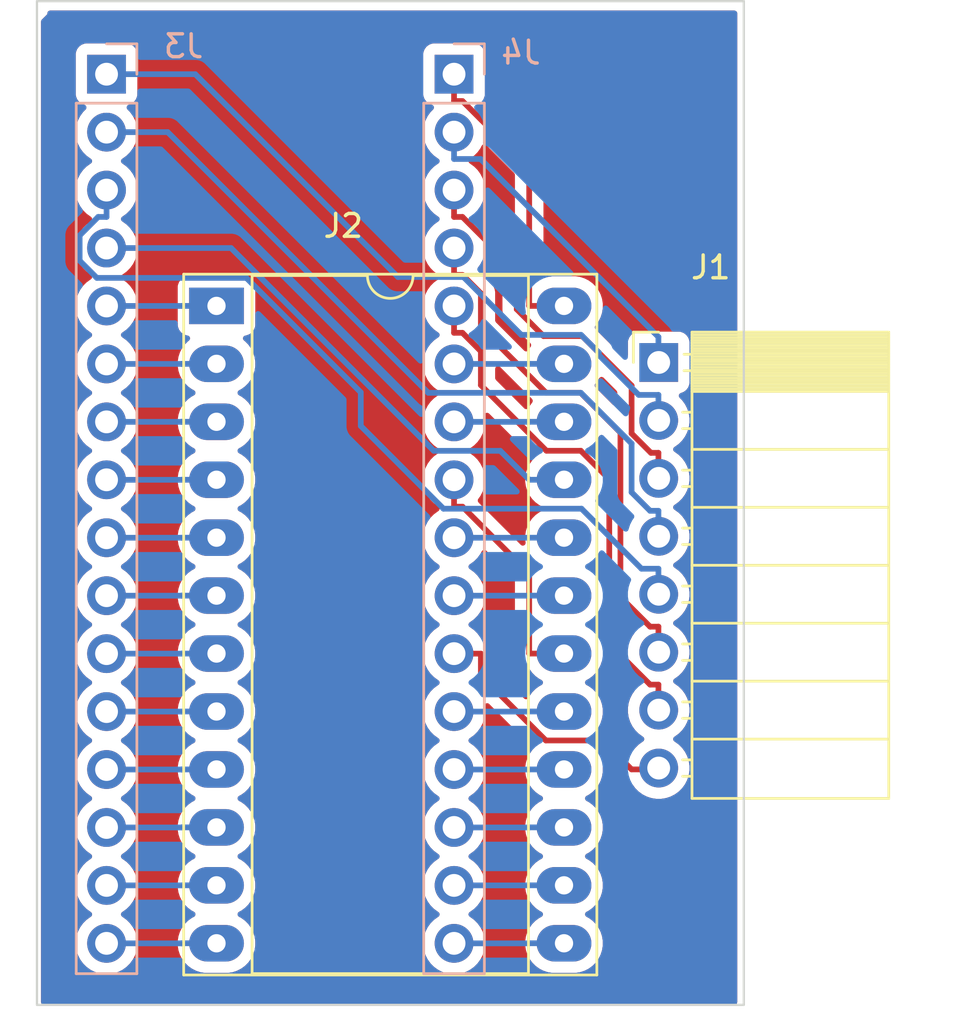
<source format=kicad_pcb>
(kicad_pcb (version 20241229) (generator "pcbnew") (generator_version "9.0")
  (layers (0 "F.Cu" signal) (2 "B.Cu" signal) (13 "F.Paste" user) (15 "B.Paste" user) (5 "F.SilkS" user "F.Silkscreen") (7 "B.SilkS" user "B.Silkscreen") (1 "F.Mask" user) (3 "B.Mask" user) (25 "Edge.Cuts" user))
  (net 0 "")
  (net 1 "/WE")
  (net 2 "/A18")
  (net 3 "/A17")
  (net 4 "/A16")
  (net 5 "/A15")
  (net 6 "/A14")
  (net 7 "/A13")
  (net 8 "/CE")
  (net 9 "/A7")
  (net 10 "/A6")
  (net 11 "/A5")
  (net 12 "/A4")
  (net 13 "/A3")
  (net 14 "/A2")
  (net 15 "/A1")
  (net 16 "/A0")
  (net 17 "/D0")
  (net 18 "/D1")
  (net 19 "/D2")
  (net 20 "/GND")
  (net 21 "/D3")
  (net 22 "/D4")
  (net 23 "/D5")
  (net 24 "/D6")
  (net 25 "/D7")
  (net 26 "/A11")
  (net 27 "/A10")
  (net 28 "/OE")
  (net 29 "/A12")
  (net 30 "/A9")
  (net 31 "/A8")
  (net 32 "/VCC")
  (footprint "Mod:DIP-24_W15.24mm_Socket_LongPads" (layer "F.Cu") (at 83.874 82.3595)
    (property "Reference" "J2" (at 5.5594 -3.508375 0) (layer "F.SilkS"))
    (property "Value" "24DIL Socket")
    (fp_line (start -1.44 -1.39) (end -1.44 29.33) (stroke (width 0.12)) (layer "F.SilkS"))
    (fp_line (start -1.44 29.33) (end 16.68 29.33) (stroke (width 0.12)) (layer "F.SilkS"))
    (fp_line (start 1.56 -1.33) (end 1.56 29.27) (stroke (width 0.12)) (layer "F.SilkS"))
    (fp_line (start 1.56 29.27) (end 13.68 29.27) (stroke (width 0.12)) (layer "F.SilkS"))
    (fp_line (start 6.62 -1.33) (end 1.56 -1.33) (stroke (width 0.12)) (layer "F.SilkS"))
    (fp_line (start 13.68 -1.33) (end 8.62 -1.33) (stroke (width 0.12)) (layer "F.SilkS"))
    (fp_line (start 13.68 29.27) (end 13.68 -1.33) (stroke (width 0.12)) (layer "F.SilkS"))
    (fp_line (start 16.68 -1.39) (end -1.44 -1.39) (stroke (width 0.12)) (layer "F.SilkS"))
    (fp_line (start 16.68 29.33) (end 16.68 -1.39) (stroke (width 0.12)) (layer "F.SilkS"))
    (fp_arc (start 8.62 -1.33) (mid 7.62 -0.33) (end 6.62 -1.33) (stroke (width 0.12)) (layer "F.SilkS"))
    (pad "1" thru_hole rect (at 0 0) (size 2.4 1.6) (drill 0.8) (layers "*.Cu" "*.Mask") (net 9 "/A7"))
    (pad "2" thru_hole oval (at 0 2.54) (size 2.4 1.6) (drill 0.8) (layers "*.Cu" "*.Mask") (net 10 "/A6"))
    (pad "3" thru_hole oval (at 0 5.08) (size 2.4 1.6) (drill 0.8) (layers "*.Cu" "*.Mask") (net 11 "/A5"))
    (pad "4" thru_hole oval (at 0 7.62) (size 2.4 1.6) (drill 0.8) (layers "*.Cu" "*.Mask") (net 12 "/A4"))
    (pad "5" thru_hole oval (at 0 10.16) (size 2.4 1.6) (drill 0.8) (layers "*.Cu" "*.Mask") (net 13 "/A3"))
    (pad "6" thru_hole oval (at 0 12.7) (size 2.4 1.6) (drill 0.8) (layers "*.Cu" "*.Mask") (net 14 "/A2"))
    (pad "7" thru_hole oval (at 0 15.24) (size 2.4 1.6) (drill 0.8) (layers "*.Cu" "*.Mask") (net 15 "/A1"))
    (pad "8" thru_hole oval (at 0 17.78) (size 2.4 1.6) (drill 0.8) (layers "*.Cu" "*.Mask") (net 16 "/A0"))
    (pad "9" thru_hole oval (at 0 20.32) (size 2.4 1.6) (drill 0.8) (layers "*.Cu" "*.Mask") (net 17 "/D0"))
    (pad "10" thru_hole oval (at 0 22.86) (size 2.4 1.6) (drill 0.8) (layers "*.Cu" "*.Mask") (net 18 "/D1"))
    (pad "11" thru_hole oval (at 0 25.4) (size 2.4 1.6) (drill 0.8) (layers "*.Cu" "*.Mask") (net 19 "/D2"))
    (pad "12" thru_hole oval (at 0 27.94) (size 2.4 1.6) (drill 0.8) (layers "*.Cu" "*.Mask") (net 20 "/GND"))
    (pad "13" thru_hole oval (at 15.24 27.94) (size 2.4 1.6) (drill 0.8) (layers "*.Cu" "*.Mask") (net 21 "/D3"))
    (pad "14" thru_hole oval (at 15.24 25.4) (size 2.4 1.6) (drill 0.8) (layers "*.Cu" "*.Mask") (net 22 "/D4"))
    (pad "15" thru_hole oval (at 15.24 22.86) (size 2.4 1.6) (drill 0.8) (layers "*.Cu" "*.Mask") (net 23 "/D5"))
    (pad "16" thru_hole oval (at 15.24 20.32) (size 2.4 1.6) (drill 0.8) (layers "*.Cu" "*.Mask") (net 24 "/D6"))
    (pad "17" thru_hole oval (at 15.24 17.78) (size 2.4 1.6) (drill 0.8) (layers "*.Cu" "*.Mask") (net 25 "/D7"))
    (pad "18" thru_hole oval (at 15.24 15.24) (size 2.4 1.6) (drill 0.8) (layers "*.Cu" "*.Mask") (net 26 "/A11"))
    (pad "19" thru_hole oval (at 15.24 12.7) (size 2.4 1.6) (drill 0.8) (layers "*.Cu" "*.Mask") (net 27 "/A10"))
    (pad "20" thru_hole oval (at 15.24 10.16) (size 2.4 1.6) (drill 0.8) (layers "*.Cu" "*.Mask") (net 28 "/OE"))
    (pad "21" thru_hole oval (at 15.24 7.62) (size 2.4 1.6) (drill 0.8) (layers "*.Cu" "*.Mask") (net 29 "/A12"))
    (pad "22" thru_hole oval (at 15.24 5.08) (size 2.4 1.6) (drill 0.8) (layers "*.Cu" "*.Mask") (net 30 "/A9"))
    (pad "23" thru_hole oval (at 15.24 2.54) (size 2.4 1.6) (drill 0.8) (layers "*.Cu" "*.Mask") (net 31 "/A8"))
    (pad "24" thru_hole oval (at 15.24 0) (size 2.4 1.6) (drill 0.8) (layers "*.Cu" "*.Mask") (net 32 "/VCC"))
  )
  (footprint "Mod:PinSocket_1x08_P2.54mm_HorizontalR" (layer "F.Cu") (at 113.426875 84.839175)
    (property "Reference" "J1" (at -7.877175 -4.168775 0) (layer "F.SilkS"))
    (property "Value" "Conn_01x08_Socket")
    (fp_line (start -11.27 -1.33) (end -11.27 0) (stroke (width 0.12)) (layer "F.SilkS"))
    (fp_line (start -10.16 -1.33) (end -11.27 -1.33) (stroke (width 0.12)) (layer "F.SilkS"))
    (fp_line (start -8.7 -1.33) (end -8.7 19.11) (stroke (width 0.12)) (layer "F.SilkS"))
    (fp_line (start -8.7 -0.36) (end -9.05 -0.36) (stroke (width 0.12)) (layer "F.SilkS"))
    (fp_line (start -8.7 0.36) (end -9.05 0.36) (stroke (width 0.12)) (layer "F.SilkS"))
    (fp_line (start -8.7 2.18) (end -9.11 2.18) (stroke (width 0.12)) (layer "F.SilkS"))
    (fp_line (start -8.7 2.9) (end -9.11 2.9) (stroke (width 0.12)) (layer "F.SilkS"))
    (fp_line (start -8.7 4.72) (end -9.11 4.72) (stroke (width 0.12)) (layer "F.SilkS"))
    (fp_line (start -8.7 5.44) (end -9.11 5.44) (stroke (width 0.12)) (layer "F.SilkS"))
    (fp_line (start -8.7 7.26) (end -9.11 7.26) (stroke (width 0.12)) (layer "F.SilkS"))
    (fp_line (start -8.7 7.98) (end -9.11 7.98) (stroke (width 0.12)) (layer "F.SilkS"))
    (fp_line (start -8.7 9.8) (end -9.11 9.8) (stroke (width 0.12)) (layer "F.SilkS"))
    (fp_line (start -8.7 10.52) (end -9.11 10.52) (stroke (width 0.12)) (layer "F.SilkS"))
    (fp_line (start -8.7 12.34) (end -9.11 12.34) (stroke (width 0.12)) (layer "F.SilkS"))
    (fp_line (start -8.7 13.06) (end -9.11 13.06) (stroke (width 0.12)) (layer "F.SilkS"))
    (fp_line (start -8.7 14.88) (end -9.11 14.88) (stroke (width 0.12)) (layer "F.SilkS"))
    (fp_line (start -8.7 15.6) (end -9.11 15.6) (stroke (width 0.12)) (layer "F.SilkS"))
    (fp_line (start -8.7 17.42) (end -9.11 17.42) (stroke (width 0.12)) (layer "F.SilkS"))
    (fp_line (start -8.7 18.14) (end -9.11 18.14) (stroke (width 0.12)) (layer "F.SilkS"))
    (fp_line (start -0.07 -1.33) (end -8.7 -1.33) (stroke (width 0.12)) (layer "F.SilkS"))
    (fp_line (start -0.07 -1.33) (end -0.07 19.11) (stroke (width 0.12)) (layer "F.SilkS"))
    (fp_line (start -0.07 -1.21) (end -8.7 -1.21) (stroke (width 0.12)) (layer "F.SilkS"))
    (fp_line (start -0.07 -1.091905) (end -8.7 -1.091905) (stroke (width 0.12)) (layer "F.SilkS"))
    (fp_line (start -0.07 -0.97381) (end -8.7 -0.97381) (stroke (width 0.12)) (layer "F.SilkS"))
    (fp_line (start -0.07 -0.855715) (end -8.7 -0.855715) (stroke (width 0.12)) (layer "F.SilkS"))
    (fp_line (start -0.07 -0.73762) (end -8.7 -0.73762) (stroke (width 0.12)) (layer "F.SilkS"))
    (fp_line (start -0.07 -0.619525) (end -8.7 -0.619525) (stroke (width 0.12)) (layer "F.SilkS"))
    (fp_line (start -0.07 -0.50143) (end -8.7 -0.50143) (stroke (width 0.12)) (layer "F.SilkS"))
    (fp_line (start -0.07 -0.383335) (end -8.7 -0.383335) (stroke (width 0.12)) (layer "F.SilkS"))
    (fp_line (start -0.07 -0.26524) (end -8.7 -0.26524) (stroke (width 0.12)) (layer "F.SilkS"))
    (fp_line (start -0.07 -0.147145) (end -8.7 -0.147145) (stroke (width 0.12)) (layer "F.SilkS"))
    (fp_line (start -0.07 -0.02905) (end -8.7 -0.02905) (stroke (width 0.12)) (layer "F.SilkS"))
    (fp_line (start -0.07 0.089045) (end -8.7 0.089045) (stroke (width 0.12)) (layer "F.SilkS"))
    (fp_line (start -0.07 0.20714) (end -8.7 0.20714) (stroke (width 0.12)) (layer "F.SilkS"))
    (fp_line (start -0.07 0.325235) (end -8.7 0.325235) (stroke (width 0.12)) (layer "F.SilkS"))
    (fp_line (start -0.07 0.44333) (end -8.7 0.44333) (stroke (width 0.12)) (layer "F.SilkS"))
    (fp_line (start -0.07 0.561425) (end -8.7 0.561425) (stroke (width 0.12)) (layer "F.SilkS"))
    (fp_line (start -0.07 0.67952) (end -8.7 0.67952) (stroke (width 0.12)) (layer "F.SilkS"))
    (fp_line (start -0.07 0.797615) (end -8.7 0.797615) (stroke (width 0.12)) (layer "F.SilkS"))
    (fp_line (start -0.07 0.91571) (end -8.7 0.91571) (stroke (width 0.12)) (layer "F.SilkS"))
    (fp_line (start -0.07 1.033805) (end -8.7 1.033805) (stroke (width 0.12)) (layer "F.SilkS"))
    (fp_line (start -0.07 1.1519) (end -8.7 1.1519) (stroke (width 0.12)) (layer "F.SilkS"))
    (fp_line (start -0.07 1.27) (end -8.7 1.27) (stroke (width 0.12)) (layer "F.SilkS"))
    (fp_line (start -0.07 3.81) (end -8.7 3.81) (stroke (width 0.12)) (layer "F.SilkS"))
    (fp_line (start -0.07 6.35) (end -8.7 6.35) (stroke (width 0.12)) (layer "F.SilkS"))
    (fp_line (start -0.07 8.89) (end -8.7 8.89) (stroke (width 0.12)) (layer "F.SilkS"))
    (fp_line (start -0.07 11.43) (end -8.7 11.43) (stroke (width 0.12)) (layer "F.SilkS"))
    (fp_line (start -0.07 13.97) (end -8.7 13.97) (stroke (width 0.12)) (layer "F.SilkS"))
    (fp_line (start -0.07 16.51) (end -8.7 16.51) (stroke (width 0.12)) (layer "F.SilkS"))
    (fp_line (start -0.07 19.11) (end -8.7 19.11) (stroke (width 0.12)) (layer "F.SilkS"))
    (pad "1" thru_hole rect (at -10.16 0) (size 1.7 1.7) (drill 1) (layers "*.Cu" "*.Mask") (net 1 "/WE"))
    (pad "2" thru_hole oval (at -10.16 2.54) (size 1.7 1.7) (drill 1) (layers "*.Cu" "*.Mask") (net 2 "/A18"))
    (pad "3" thru_hole oval (at -10.16 5.08) (size 1.7 1.7) (drill 1) (layers "*.Cu" "*.Mask") (net 3 "/A17"))
    (pad "4" thru_hole oval (at -10.16 7.62) (size 1.7 1.7) (drill 1) (layers "*.Cu" "*.Mask") (net 4 "/A16"))
    (pad "5" thru_hole oval (at -10.16 10.16) (size 1.7 1.7) (drill 1) (layers "*.Cu" "*.Mask") (net 5 "/A15"))
    (pad "6" thru_hole oval (at -10.16 12.7) (size 1.7 1.7) (drill 1) (layers "*.Cu" "*.Mask") (net 6 "/A14"))
    (pad "7" thru_hole oval (at -10.16 15.24) (size 1.7 1.7) (drill 1) (layers "*.Cu" "*.Mask") (net 7 "/A13"))
    (pad "8" thru_hole oval (at -10.16 17.78) (size 1.7 1.7) (drill 1) (layers "*.Cu" "*.Mask") (net 8 "/CE"))
  )
  (footprint "Mod:PinHeader_1x16_P2.54mm_Vertical" (layer "B.Cu") (at 79.0512 72.2027 180)
    (property "Reference" "J3" (at -3.37815 1.225575 0) (layer "B.SilkS") (effects (justify mirror)))
    (property "Value" "Conn_01x16")
    (fp_line (start 1.33 -1.27) (end 1.33 -39.43) (stroke (width 0.12)) (layer "B.SilkS"))
    (fp_line (start -1.33 1.33) (end 0 1.33) (stroke (width 0.12)) (layer "B.SilkS"))
    (fp_line (start -1.33 0) (end -1.33 1.33) (stroke (width 0.12)) (layer "B.SilkS"))
    (fp_line (start -1.33 -1.27) (end 1.33 -1.27) (stroke (width 0.12)) (layer "B.SilkS"))
    (fp_line (start -1.33 -1.27) (end -1.33 -39.43) (stroke (width 0.12)) (layer "B.SilkS"))
    (fp_line (start -1.33 -39.43) (end 1.33 -39.43) (stroke (width 0.12)) (layer "B.SilkS"))
    (pad "1" thru_hole rect (at 0 0 180) (size 1.7 1.7) (drill 1) (layers "*.Cu" "*.Mask") (net 2 "/A18"))
    (pad "2" thru_hole oval (at 0 -2.54 180) (size 1.7 1.7) (drill 1) (layers "*.Cu" "*.Mask") (net 4 "/A16"))
    (pad "3" thru_hole oval (at 0 -5.08 180) (size 1.7 1.7) (drill 1) (layers "*.Cu" "*.Mask") (net 5 "/A15"))
    (pad "4" thru_hole oval (at 0 -7.62 180) (size 1.7 1.7) (drill 1) (layers "*.Cu" "*.Mask") (net 29 "/A12"))
    (pad "5" thru_hole oval (at 0 -10.16 180) (size 1.7 1.7) (drill 1) (layers "*.Cu" "*.Mask") (net 9 "/A7"))
    (pad "6" thru_hole oval (at 0 -12.7 180) (size 1.7 1.7) (drill 1) (layers "*.Cu" "*.Mask") (net 10 "/A6"))
    (pad "7" thru_hole oval (at 0 -15.24 180) (size 1.7 1.7) (drill 1) (layers "*.Cu" "*.Mask") (net 11 "/A5"))
    (pad "8" thru_hole oval (at 0 -17.78 180) (size 1.7 1.7) (drill 1) (layers "*.Cu" "*.Mask") (net 12 "/A4"))
    (pad "9" thru_hole oval (at 0 -20.32 180) (size 1.7 1.7) (drill 1) (layers "*.Cu" "*.Mask") (net 13 "/A3"))
    (pad "10" thru_hole oval (at 0 -22.86 180) (size 1.7 1.7) (drill 1) (layers "*.Cu" "*.Mask") (net 14 "/A2"))
    (pad "11" thru_hole oval (at 0 -25.4 180) (size 1.7 1.7) (drill 1) (layers "*.Cu" "*.Mask") (net 15 "/A1"))
    (pad "12" thru_hole oval (at 0 -27.94 180) (size 1.7 1.7) (drill 1) (layers "*.Cu" "*.Mask") (net 16 "/A0"))
    (pad "13" thru_hole oval (at 0 -30.48 180) (size 1.7 1.7) (drill 1) (layers "*.Cu" "*.Mask") (net 17 "/D0"))
    (pad "14" thru_hole oval (at 0 -33.02 180) (size 1.7 1.7) (drill 1) (layers "*.Cu" "*.Mask") (net 18 "/D1"))
    (pad "15" thru_hole oval (at 0 -35.56 180) (size 1.7 1.7) (drill 1) (layers "*.Cu" "*.Mask") (net 19 "/D2"))
    (pad "16" thru_hole oval (at 0 -38.1 180) (size 1.7 1.7) (drill 1) (layers "*.Cu" "*.Mask") (net 20 "/GND"))
  )
  (footprint "Mod:PinHeader_1x16_P2.54mm_Vertical" (layer "B.Cu") (at 94.2912 72.2027 180)
    (property "Reference" "J4" (at -2.930475 0.946175 0) (layer "B.SilkS") (effects (justify mirror)))
    (property "Value" "Conn_01x16")
    (fp_line (start 1.33 -1.27) (end 1.33 -39.43) (stroke (width 0.12)) (layer "B.SilkS"))
    (fp_line (start -1.33 1.33) (end 0 1.33) (stroke (width 0.12)) (layer "B.SilkS"))
    (fp_line (start -1.33 0) (end -1.33 1.33) (stroke (width 0.12)) (layer "B.SilkS"))
    (fp_line (start -1.33 -1.27) (end 1.33 -1.27) (stroke (width 0.12)) (layer "B.SilkS"))
    (fp_line (start -1.33 -1.27) (end -1.33 -39.43) (stroke (width 0.12)) (layer "B.SilkS"))
    (fp_line (start -1.33 -39.43) (end 1.33 -39.43) (stroke (width 0.12)) (layer "B.SilkS"))
    (pad "1" thru_hole rect (at 0 0 180) (size 1.7 1.7) (drill 1) (layers "*.Cu" "*.Mask") (net 32 "/VCC"))
    (pad "2" thru_hole oval (at 0 -2.54 180) (size 1.7 1.7) (drill 1) (layers "*.Cu" "*.Mask") (net 1 "/WE"))
    (pad "3" thru_hole oval (at 0 -5.08 180) (size 1.7 1.7) (drill 1) (layers "*.Cu" "*.Mask") (net 3 "/A17"))
    (pad "4" thru_hole oval (at 0 -7.62 180) (size 1.7 1.7) (drill 1) (layers "*.Cu" "*.Mask") (net 6 "/A14"))
    (pad "5" thru_hole oval (at 0 -10.16 180) (size 1.7 1.7) (drill 1) (layers "*.Cu" "*.Mask") (net 7 "/A13"))
    (pad "6" thru_hole oval (at 0 -12.7 180) (size 1.7 1.7) (drill 1) (layers "*.Cu" "*.Mask") (net 31 "/A8"))
    (pad "7" thru_hole oval (at 0 -15.24 180) (size 1.7 1.7) (drill 1) (layers "*.Cu" "*.Mask") (net 30 "/A9"))
    (pad "8" thru_hole oval (at 0 -17.78 180) (size 1.7 1.7) (drill 1) (layers "*.Cu" "*.Mask") (net 26 "/A11"))
    (pad "9" thru_hole oval (at 0 -20.32 180) (size 1.7 1.7) (drill 1) (layers "*.Cu" "*.Mask") (net 28 "/OE"))
    (pad "10" thru_hole oval (at 0 -22.86 180) (size 1.7 1.7) (drill 1) (layers "*.Cu" "*.Mask") (net 27 "/A10"))
    (pad "11" thru_hole oval (at 0 -25.4 180) (size 1.7 1.7) (drill 1) (layers "*.Cu" "*.Mask") (net 8 "/CE"))
    (pad "12" thru_hole oval (at 0 -27.94 180) (size 1.7 1.7) (drill 1) (layers "*.Cu" "*.Mask") (net 25 "/D7"))
    (pad "13" thru_hole oval (at 0 -30.48 180) (size 1.7 1.7) (drill 1) (layers "*.Cu" "*.Mask") (net 24 "/D6"))
    (pad "14" thru_hole oval (at 0 -33.02 180) (size 1.7 1.7) (drill 1) (layers "*.Cu" "*.Mask") (net 23 "/D5"))
    (pad "15" thru_hole oval (at 0 -35.56 180) (size 1.7 1.7) (drill 1) (layers "*.Cu" "*.Mask") (net 22 "/D4"))
    (pad "16" thru_hole oval (at 0 -38.1 180) (size 1.7 1.7) (drill 1) (layers "*.Cu" "*.Mask") (net 21 "/D3"))
  )
  (gr_rect (start 76 69) (end 107 113) (stroke (width 0.1)) (fill no) (layer "Edge.Cuts"))
  (segment (start 95.4537 75.9196) (end 103.2547 83.7206) (width 0.25) (layer "B.Cu") (net 1))
  (segment (start 94.2912 75.9196) (end 95.4537 75.9196) (width 0.25) (layer "B.Cu") (net 1))
  (segment (start 103.2547 84.8975) (end 103.2547 83.7206) (width 0.25) (layer "B.Cu") (net 1))
  (segment (start 94.2912 74.7427) (end 94.2912 75.9196) (width 0.25) (layer "B.Cu") (net 1))
  (segment (start 99.862 83.6295) (end 100.6409 84.4084) (width 0.25) (layer "B.Cu") (net 2))
  (segment (start 91.8314 81.0927) (end 94.7034 81.0927) (width 0.25) (layer "B.Cu") (net 2))
  (segment (start 100.6409 84.4084) (end 100.6409 84.5122) (width 0.25) (layer "B.Cu") (net 2))
  (segment (start 103.2547 87.4375) (end 103.2547 86.2606) (width 0.25) (layer "B.Cu") (net 2))
  (segment (start 97.2402 83.6295) (end 99.862 83.6295) (width 0.25) (layer "B.Cu") (net 2))
  (segment (start 102.3893 86.2606) (end 103.2547 86.2606) (width 0.25) (layer "B.Cu") (net 2))
  (segment (start 94.7034 81.0927) (end 97.2402 83.6295) (width 0.25) (layer "B.Cu") (net 2))
  (segment (start 79.0512 72.2027) (end 82.9414 72.2027) (width 0.25) (layer "B.Cu") (net 2))
  (segment (start 82.9414 72.2027) (end 91.8314 81.0927) (width 0.25) (layer "B.Cu") (net 2))
  (segment (start 100.6409 84.5122) (end 102.3893 86.2606) (width 0.25) (layer "B.Cu") (net 2))
  (segment (start 102.0778 85.851) (end 99.9107 83.6839) (width 0.25) (layer "F.Cu") (net 3))
  (segment (start 103.2547 88.8006) (end 102.926 88.8006) (width 0.25) (layer "F.Cu") (net 3))
  (segment (start 102.926 88.8006) (end 102.0778 87.9524) (width 0.25) (layer "F.Cu") (net 3))
  (segment (start 99.9107 83.6839) (end 98.2176 83.6839) (width 0.25) (layer "F.Cu") (net 3))
  (segment (start 94.2912 77.2827) (end 94.2912 78.4596) (width 0.25) (layer "F.Cu") (net 3))
  (segment (start 98.2176 83.6839) (end 97.0398 82.5061) (width 0.25) (layer "F.Cu") (net 3))
  (segment (start 97.0398 82.5061) (end 97.0398 80.8404) (width 0.25) (layer "F.Cu") (net 3))
  (segment (start 97.0398 80.8404) (end 94.659 78.4596) (width 0.25) (layer "F.Cu") (net 3))
  (segment (start 102.0778 87.9524) (end 102.0778 85.851) (width 0.25) (layer "F.Cu") (net 3))
  (segment (start 103.2547 89.9775) (end 103.2547 88.8006) (width 0.25) (layer "F.Cu") (net 3))
  (segment (start 94.659 78.4596) (end 94.2912 78.4596) (width 0.25) (layer "F.Cu") (net 3))
  (segment (start 99.8539 86.1695) (end 93.1611 86.1695) (width 0.25) (layer "B.Cu") (net 4))
  (segment (start 102.8868 91.3406) (end 102.0778 90.5316) (width 0.25) (layer "B.Cu") (net 4))
  (segment (start 81.7343 74.7427) (end 79.0512 74.7427) (width 0.25) (layer "B.Cu") (net 4))
  (segment (start 102.0778 88.3934) (end 99.8539 86.1695) (width 0.25) (layer "B.Cu") (net 4))
  (segment (start 103.2547 92.5175) (end 103.2547 91.3406) (width 0.25) (layer "B.Cu") (net 4))
  (segment (start 103.2547 91.3406) (end 102.8868 91.3406) (width 0.25) (layer "B.Cu") (net 4))
  (segment (start 102.0778 90.5316) (end 102.0778 88.3934) (width 0.25) (layer "B.Cu") (net 4))
  (segment (start 93.1611 86.1695) (end 81.7343 74.7427) (width 0.25) (layer "B.Cu") (net 4))
  (segment (start 102.5124 93.8806) (end 103.2547 93.8806) (width 0.25) (layer "B.Cu") (net 5))
  (segment (start 85.1828 81.132) (end 90.201 86.1502) (width 0.25) (layer "B.Cu") (net 5))
  (segment (start 90.201 87.6214) (end 93.8291 91.2495) (width 0.25) (layer "B.Cu") (net 5))
  (segment (start 77.8711 79.2719) (end 77.8711 80.3762) (width 0.25) (layer "B.Cu") (net 5))
  (segment (start 103.2547 95.0575) (end 103.2547 93.8806) (width 0.25) (layer "B.Cu") (net 5))
  (segment (start 78.6834 78.4596) (end 77.8711 79.2719) (width 0.25) (layer "B.Cu") (net 5))
  (segment (start 77.8711 80.3762) (end 78.6269 81.132) (width 0.25) (layer "B.Cu") (net 5))
  (segment (start 78.6269 81.132) (end 85.1828 81.132) (width 0.25) (layer "B.Cu") (net 5))
  (segment (start 79.0512 77.2827) (end 79.0512 78.4596) (width 0.25) (layer "B.Cu") (net 5))
  (segment (start 79.0512 78.4596) (end 78.6834 78.4596) (width 0.25) (layer "B.Cu") (net 5))
  (segment (start 99.8813 91.2495) (end 102.5124 93.8806) (width 0.25) (layer "B.Cu") (net 5))
  (segment (start 90.201 86.1502) (end 90.201 87.6214) (width 0.25) (layer "B.Cu") (net 5))
  (segment (start 93.8291 91.2495) (end 99.8813 91.2495) (width 0.25) (layer "B.Cu") (net 5))
  (segment (start 99.8435 86.1695) (end 101.5887 87.9147) (width 0.25) (layer "F.Cu") (net 6))
  (segment (start 95.4681 81.8086) (end 95.4681 83.3075) (width 0.25) (layer "F.Cu") (net 6))
  (segment (start 98.3301 86.1695) (end 99.8435 86.1695) (width 0.25) (layer "F.Cu") (net 6))
  (segment (start 102.8889 96.4206) (end 103.2547 96.4206) (width 0.25) (layer "F.Cu") (net 6))
  (segment (start 103.2547 97.5975) (end 103.2547 96.4206) (width 0.25) (layer "F.Cu") (net 6))
  (segment (start 101.5887 95.1204) (end 102.8889 96.4206) (width 0.25) (layer "F.Cu") (net 6))
  (segment (start 101.5887 87.9147) (end 101.5887 95.1204) (width 0.25) (layer "F.Cu") (net 6))
  (segment (start 94.2912 80.9996) (end 94.6591 80.9996) (width 0.25) (layer "F.Cu") (net 6))
  (segment (start 94.2912 79.8227) (end 94.2912 80.9996) (width 0.25) (layer "F.Cu") (net 6))
  (segment (start 95.4681 83.3075) (end 98.3301 86.1695) (width 0.25) (layer "F.Cu") (net 6))
  (segment (start 94.6591 80.9996) (end 95.4681 81.8086) (width 0.25) (layer "F.Cu") (net 6))
  (segment (start 95.4681 84.3486) (end 95.4681 85.8338) (width 0.25) (layer "F.Cu") (net 7))
  (segment (start 102.8889 98.9606) (end 103.2547 98.9606) (width 0.25) (layer "F.Cu") (net 7))
  (segment (start 94.6591 83.5396) (end 95.4681 84.3486) (width 0.25) (layer "F.Cu") (net 7))
  (segment (start 103.2547 100.1375) (end 103.2547 98.9606) (width 0.25) (layer "F.Cu") (net 7))
  (segment (start 95.4681 85.8338) (end 98.3438 88.7095) (width 0.25) (layer "F.Cu") (net 7))
  (segment (start 98.3438 88.7095) (end 99.8503 88.7095) (width 0.25) (layer "F.Cu") (net 7))
  (segment (start 101.099 97.1707) (end 102.8889 98.9606) (width 0.25) (layer "F.Cu") (net 7))
  (segment (start 94.2912 82.3627) (end 94.2912 83.5396) (width 0.25) (layer "F.Cu") (net 7))
  (segment (start 94.2912 83.5396) (end 94.6591 83.5396) (width 0.25) (layer "F.Cu") (net 7))
  (segment (start 99.8503 88.7095) (end 101.099 89.9582) (width 0.25) (layer "F.Cu") (net 7))
  (segment (start 101.099 89.9582) (end 101.099 97.1707) (width 0.25) (layer "F.Cu") (net 7))
  (segment (start 100.8098 101.4095) (end 102.0778 102.6775) (width 0.25) (layer "F.Cu") (net 8))
  (segment (start 95.4681 97.6027) (end 95.4681 98.5589) (width 0.25) (layer "F.Cu") (net 8))
  (segment (start 98.3187 101.4095) (end 100.8098 101.4095) (width 0.25) (layer "F.Cu") (net 8))
  (segment (start 94.2912 97.6027) (end 95.4681 97.6027) (width 0.25) (layer "F.Cu") (net 8))
  (segment (start 95.4681 98.5589) (end 98.3187 101.4095) (width 0.25) (layer "F.Cu") (net 8))
  (segment (start 103.2547 102.6775) (end 102.0778 102.6775) (width 0.25) (layer "F.Cu") (net 8))
  (segment (start 79.0512 82.3627) (end 82.3439 82.3627) (width 0.25) (layer "B.Cu") (net 9))
  (segment (start 82.3439 82.3627) (end 82.3471 82.3595) (width 0.25) (layer "B.Cu") (net 9))
  (segment (start 83.874 82.3595) (end 82.3471 82.3595) (width 0.25) (layer "B.Cu") (net 9))
  (segment (start 79.0512 84.9027) (end 82.3439 84.9027) (width 0.25) (layer "B.Cu") (net 10))
  (segment (start 83.874 84.8995) (end 82.3471 84.8995) (width 0.25) (layer "B.Cu") (net 10))
  (segment (start 82.3439 84.9027) (end 82.3471 84.8995) (width 0.25) (layer "B.Cu") (net 10))
  (segment (start 79.0512 87.4427) (end 82.3439 87.4427) (width 0.25) (layer "B.Cu") (net 11))
  (segment (start 83.874 87.4395) (end 82.3471 87.4395) (width 0.25) (layer "B.Cu") (net 11))
  (segment (start 82.3439 87.4427) (end 82.3471 87.4395) (width 0.25) (layer "B.Cu") (net 11))
  (segment (start 79.0512 89.9827) (end 82.3439 89.9827) (width 0.25) (layer "B.Cu") (net 12))
  (segment (start 82.3439 89.9827) (end 82.3471 89.9795) (width 0.25) (layer "B.Cu") (net 12))
  (segment (start 83.874 89.9795) (end 82.3471 89.9795) (width 0.25) (layer "B.Cu") (net 12))
  (segment (start 82.3439 92.5227) (end 82.3471 92.5195) (width 0.25) (layer "B.Cu") (net 13))
  (segment (start 79.0512 92.5227) (end 82.3439 92.5227) (width 0.25) (layer "B.Cu") (net 13))
  (segment (start 83.874 92.5195) (end 82.3471 92.5195) (width 0.25) (layer "B.Cu") (net 13))
  (segment (start 83.874 95.0595) (end 82.3471 95.0595) (width 0.25) (layer "B.Cu") (net 14))
  (segment (start 79.0512 95.0627) (end 82.3439 95.0627) (width 0.25) (layer "B.Cu") (net 14))
  (segment (start 82.3439 95.0627) (end 82.3471 95.0595) (width 0.25) (layer "B.Cu") (net 14))
  (segment (start 82.3439 97.6027) (end 82.3471 97.5995) (width 0.25) (layer "B.Cu") (net 15))
  (segment (start 79.0512 97.6027) (end 82.3439 97.6027) (width 0.25) (layer "B.Cu") (net 15))
  (segment (start 83.874 97.5995) (end 82.3471 97.5995) (width 0.25) (layer "B.Cu") (net 15))
  (segment (start 82.3439 100.1427) (end 82.3471 100.1395) (width 0.25) (layer "B.Cu") (net 16))
  (segment (start 79.0512 100.1427) (end 82.3439 100.1427) (width 0.25) (layer "B.Cu") (net 16))
  (segment (start 83.874 100.1395) (end 82.3471 100.1395) (width 0.25) (layer "B.Cu") (net 16))
  (segment (start 83.874 102.6795) (end 82.3471 102.6795) (width 0.25) (layer "B.Cu") (net 17))
  (segment (start 79.0512 102.6827) (end 82.3439 102.6827) (width 0.25) (layer "B.Cu") (net 17))
  (segment (start 82.3439 102.6827) (end 82.3471 102.6795) (width 0.25) (layer "B.Cu") (net 17))
  (segment (start 82.3439 105.2227) (end 82.3471 105.2195) (width 0.25) (layer "B.Cu") (net 18))
  (segment (start 83.874 105.2195) (end 82.3471 105.2195) (width 0.25) (layer "B.Cu") (net 18))
  (segment (start 79.0512 105.2227) (end 82.3439 105.2227) (width 0.25) (layer "B.Cu") (net 18))
  (segment (start 83.874 107.7595) (end 82.3471 107.7595) (width 0.25) (layer "B.Cu") (net 19))
  (segment (start 82.3439 107.7627) (end 82.3471 107.7595) (width 0.25) (layer "B.Cu") (net 19))
  (segment (start 79.0512 107.7627) (end 82.3439 107.7627) (width 0.25) (layer "B.Cu") (net 19))
  (segment (start 79.0512 110.3027) (end 82.3439 110.3027) (width 0.25) (layer "B.Cu") (net 20))
  (segment (start 83.874 110.2995) (end 82.3471 110.2995) (width 0.25) (layer "B.Cu") (net 20))
  (segment (start 82.3439 110.3027) (end 82.3471 110.2995) (width 0.25) (layer "B.Cu") (net 20))
  (segment (start 94.2912 110.3027) (end 97.5839 110.3027) (width 0.25) (layer "B.Cu") (net 21))
  (segment (start 99.114 110.2995) (end 97.5871 110.2995) (width 0.25) (layer "B.Cu") (net 21))
  (segment (start 97.5839 110.3027) (end 97.5871 110.2995) (width 0.25) (layer "B.Cu") (net 21))
  (segment (start 94.2912 107.7627) (end 97.5839 107.7627) (width 0.25) (layer "B.Cu") (net 22))
  (segment (start 99.114 107.7595) (end 97.5871 107.7595) (width 0.25) (layer "B.Cu") (net 22))
  (segment (start 97.5839 107.7627) (end 97.5871 107.7595) (width 0.25) (layer "B.Cu") (net 22))
  (segment (start 97.5839 105.2227) (end 97.5871 105.2195) (width 0.25) (layer "B.Cu") (net 23))
  (segment (start 99.114 105.2195) (end 97.5871 105.2195) (width 0.25) (layer "B.Cu") (net 23))
  (segment (start 94.2912 105.2227) (end 97.5839 105.2227) (width 0.25) (layer "B.Cu") (net 23))
  (segment (start 97.5839 102.6827) (end 97.5871 102.6795) (width 0.25) (layer "B.Cu") (net 24))
  (segment (start 94.2912 102.6827) (end 97.5839 102.6827) (width 0.25) (layer "B.Cu") (net 24))
  (segment (start 99.114 102.6795) (end 97.5871 102.6795) (width 0.25) (layer "B.Cu") (net 24))
  (segment (start 99.114 100.1395) (end 97.5871 100.1395) (width 0.25) (layer "B.Cu") (net 25))
  (segment (start 94.2912 100.1427) (end 97.5839 100.1427) (width 0.25) (layer "B.Cu") (net 25))
  (segment (start 97.5839 100.1427) (end 97.5871 100.1395) (width 0.25) (layer "B.Cu") (net 25))
  (segment (start 94.2912 91.1596) (end 94.6591 91.1596) (width 0.25) (layer "F.Cu") (net 26))
  (segment (start 99.114 97.5995) (end 97.5871 97.5995) (width 0.25) (layer "F.Cu") (net 26))
  (segment (start 97.5871 94.0876) (end 97.5871 97.5995) (width 0.25) (layer "F.Cu") (net 26))
  (segment (start 94.2912 89.9827) (end 94.2912 91.1596) (width 0.25) (layer "F.Cu") (net 26))
  (segment (start 94.6591 91.1596) (end 97.5871 94.0876) (width 0.25) (layer "F.Cu") (net 26))
  (segment (start 99.114 95.0595) (end 97.5871 95.0595) (width 0.25) (layer "B.Cu") (net 27))
  (segment (start 97.5839 95.0627) (end 97.5871 95.0595) (width 0.25) (layer "B.Cu") (net 27))
  (segment (start 94.2912 95.0627) (end 97.5839 95.0627) (width 0.25) (layer "B.Cu") (net 27))
  (segment (start 99.114 92.5195) (end 97.5871 92.5195) (width 0.25) (layer "B.Cu") (net 28))
  (segment (start 94.2912 92.5227) (end 97.5839 92.5227) (width 0.25) (layer "B.Cu") (net 28))
  (segment (start 97.5839 92.5227) (end 97.5871 92.5195) (width 0.25) (layer "B.Cu") (net 28))
  (segment (start 97.5871 89.9795) (end 96.3203 88.7127) (width 0.25) (layer "B.Cu") (net 29))
  (segment (start 84.5126 79.8227) (end 79.0512 79.8227) (width 0.25) (layer "B.Cu") (net 29))
  (segment (start 96.3203 88.7127) (end 93.4026 88.7127) (width 0.25) (layer "B.Cu") (net 29))
  (segment (start 99.114 89.9795) (end 97.5871 89.9795) (width 0.25) (layer "B.Cu") (net 29))
  (segment (start 93.4026 88.7127) (end 84.5126 79.8227) (width 0.25) (layer "B.Cu") (net 29))
  (segment (start 97.5839 87.4427) (end 97.5871 87.4395) (width 0.25) (layer "B.Cu") (net 30))
  (segment (start 94.2912 87.4427) (end 97.5839 87.4427) (width 0.25) (layer "B.Cu") (net 30))
  (segment (start 99.114 87.4395) (end 97.5871 87.4395) (width 0.25) (layer "B.Cu") (net 30))
  (segment (start 94.2912 84.9027) (end 97.5839 84.9027) (width 0.25) (layer "B.Cu") (net 31))
  (segment (start 99.114 84.8995) (end 97.5871 84.8995) (width 0.25) (layer "B.Cu") (net 31))
  (segment (start 97.5839 84.9027) (end 97.5871 84.8995) (width 0.25) (layer "B.Cu") (net 31))
  (segment (start 94.2912 72.2027) (end 94.2912 73.3796) (width 0.25) (layer "F.Cu") (net 32))
  (segment (start 94.2912 73.3796) (end 94.659 73.3796) (width 0.25) (layer "F.Cu") (net 32))
  (segment (start 99.114 82.3595) (end 97.5871 82.3595) (width 0.25) (layer "F.Cu") (net 32))
  (segment (start 94.659 73.3796) (end 97.5871 76.3077) (width 0.25) (layer "F.Cu") (net 32))
  (segment (start 97.5871 76.3077) (end 97.5871 82.3595) (width 0.25) (layer "F.Cu") (net 32))
  (zone (net 0) (net_name "") (layers "F.Cu" "B.Cu") (connect_pads (clearance 0.5)) (min_thickness 0.25) (fill yes (thermal_gap 0.5) (thermal_bridge_width 0.5) (island_removal_mode 1) (island_area_min 10))
    (polygon (pts (xy 76.454 69.41185) (xy 106.71175 69.41185) (xy 106.71175 113.67135) (xy 106.543475 113.839625) (xy 76.400025 113.839625) (xy 76.177775 113.617375) (xy 76.177775 69.846825) (xy 76.454 69.5706)))
  )
)
</source>
